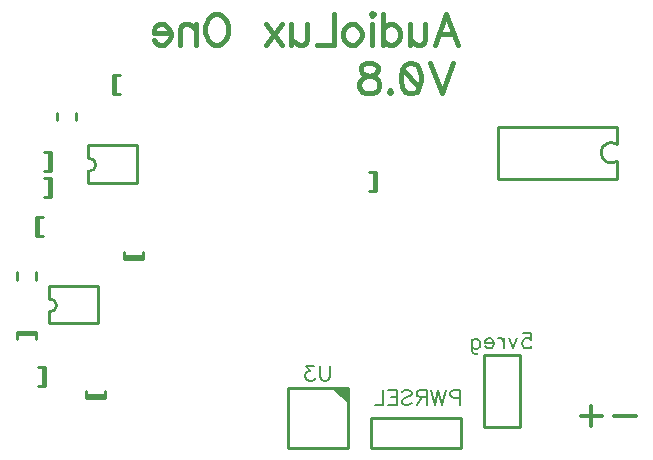
<source format=gbr>
G04 DipTrace 2.4.0.2*
%INBottomSilk.gbr*%
%MOIN*%
%ADD10C,0.0098*%
%ADD93C,0.0077*%
%ADD94C,0.0124*%
%ADD96C,0.0154*%
%FSLAX44Y44*%
G04*
G70*
G90*
G75*
G01*
%LNBotSilk*%
%LPD*%
X20442Y7723D2*
D10*
X21629D1*
Y5348D1*
X20442D1*
Y7723D1*
X16781Y13191D2*
Y13820D1*
X16855Y13191D2*
Y13820D1*
Y13191D2*
X16620D1*
X16855Y13820D2*
X16620D1*
X5932Y13001D2*
Y13630D1*
X6007Y13001D2*
Y13630D1*
Y13001D2*
X5771D1*
X6007Y13630D2*
X5771D1*
X5745Y6689D2*
Y7318D1*
X5819Y6689D2*
Y7318D1*
Y6689D2*
X5583D1*
X5819Y7318D2*
X5583D1*
X5505Y8433D2*
X4875D1*
X5505Y8508D2*
X4875D1*
X5505D2*
Y8272D1*
X4875Y8508D2*
Y8272D1*
X5932Y13876D2*
Y14505D1*
X6007Y13876D2*
Y14505D1*
Y13876D2*
X5771D1*
X6007Y14505D2*
X5771D1*
X7188Y6386D2*
X7817D1*
X7188Y6312D2*
X7817D1*
X7188D2*
Y6547D1*
X7817Y6312D2*
Y6547D1*
X8449Y11022D2*
X9079D1*
X8449Y10947D2*
X9079D1*
X8449D2*
Y11183D1*
X9079Y10947D2*
Y11183D1*
X8147Y17056D2*
Y16427D1*
X8072Y17056D2*
Y16427D1*
Y17056D2*
X8308D1*
X8072Y16427D2*
X8308D1*
X5573Y12318D2*
Y11689D1*
X5498Y12318D2*
Y11689D1*
Y12318D2*
X5734D1*
X5498Y11689D2*
X5734D1*
X24881Y13605D2*
X20898D1*
X24881Y15349D2*
X20898D1*
Y13605D2*
Y15349D1*
X24881Y13605D2*
Y14197D1*
Y14756D2*
Y15349D1*
Y14197D2*
G02X24881Y14756I-196J280D01*
G01*
X5940Y10047D2*
X7565D1*
X5940Y8797D2*
X7565D1*
Y10047D2*
Y8797D1*
X5940Y10047D2*
Y9609D1*
Y9172D2*
Y8797D1*
Y9609D2*
G02X5940Y9172I31J-219D01*
G01*
X7253Y14734D2*
X8878D1*
X7253Y13483D2*
X8878D1*
Y14734D2*
Y13483D1*
X7253Y14734D2*
Y14296D1*
Y13858D2*
Y13483D1*
Y14296D2*
G02X7253Y13858I31J-219D01*
G01*
X16659Y4649D2*
X19659D1*
Y5649D1*
X16659D1*
Y4649D1*
X6199Y15572D2*
Y15808D1*
X6829Y15572D2*
Y15808D1*
X4875Y10250D2*
Y10485D1*
X5505Y10250D2*
Y10485D1*
X13896Y4650D2*
X15896D1*
Y6650D1*
X13896D1*
Y4650D1*
X15896Y6212D2*
X15395Y6650D1*
X15520D2*
X15833Y6337D1*
X15646Y6650D2*
X15896Y6400D1*
X15771Y6587D2*
X15833Y6525D1*
Y6587D2*
X15771Y6525D1*
X21754Y8454D2*
D93*
X21993D1*
X22017Y8239D1*
X21993Y8263D1*
X21921Y8288D1*
X21850D1*
X21778Y8263D1*
X21730Y8216D1*
X21706Y8144D1*
Y8096D1*
X21730Y8024D1*
X21778Y7976D1*
X21850Y7953D1*
X21921D1*
X21993Y7976D1*
X22017Y8001D1*
X22041Y8048D1*
X21552Y8288D2*
X21408Y7953D1*
X21265Y8288D1*
X21111D2*
Y7953D1*
Y8144D2*
X21086Y8216D1*
X21039Y8264D1*
X20991Y8288D1*
X20919D1*
X20765Y8144D2*
X20478D1*
Y8192D1*
X20501Y8240D1*
X20525Y8264D1*
X20573Y8288D1*
X20645D1*
X20693Y8264D1*
X20741Y8216D1*
X20765Y8144D1*
Y8096D1*
X20741Y8024D1*
X20693Y7977D1*
X20645Y7953D1*
X20573D1*
X20525Y7977D1*
X20478Y8024D1*
X20036Y8264D2*
Y7881D1*
X20060Y7809D1*
X20084Y7785D1*
X20132Y7761D1*
X20204D1*
X20251Y7785D1*
X20036Y8192D2*
X20084Y8239D1*
X20132Y8264D1*
X20204D1*
X20251Y8239D1*
X20300Y8192D1*
X20323Y8120D1*
Y8072D1*
X20300Y8001D1*
X20251Y7953D1*
X20204Y7929D1*
X20132D1*
X20084Y7953D1*
X20036Y8001D1*
X19648Y6306D2*
X19432D1*
X19361Y6330D1*
X19337Y6354D1*
X19313Y6402D1*
Y6474D1*
X19337Y6521D1*
X19361Y6545D1*
X19432Y6569D1*
X19648D1*
Y6067D1*
X19159Y6569D2*
X19039Y6067D1*
X18919Y6569D1*
X18800Y6067D1*
X18680Y6569D1*
X18526Y6330D2*
X18311D1*
X18239Y6354D1*
X18214Y6378D1*
X18191Y6425D1*
Y6474D1*
X18214Y6521D1*
X18239Y6545D1*
X18311Y6569D1*
X18526D1*
Y6067D1*
X18358Y6330D2*
X18191Y6067D1*
X17701Y6497D2*
X17749Y6545D1*
X17821Y6569D1*
X17916D1*
X17988Y6545D1*
X18036Y6497D1*
Y6450D1*
X18012Y6402D1*
X17988Y6378D1*
X17941Y6354D1*
X17797Y6306D1*
X17749Y6282D1*
X17725Y6258D1*
X17701Y6210D1*
Y6139D1*
X17749Y6091D1*
X17821Y6067D1*
X17916D1*
X17988Y6091D1*
X18036Y6139D1*
X17236Y6569D2*
X17547D1*
Y6067D1*
X17236D1*
X17547Y6330D2*
X17356D1*
X17082Y6569D2*
Y6067D1*
X16795D1*
X15308Y7382D2*
Y7023D1*
X15284Y6951D1*
X15236Y6904D1*
X15164Y6879D1*
X15116D1*
X15045Y6904D1*
X14997Y6951D1*
X14973Y7023D1*
Y7382D1*
X14770Y7381D2*
X14508D1*
X14651Y7190D1*
X14579D1*
X14532Y7166D1*
X14508Y7142D1*
X14483Y7071D1*
Y7023D1*
X14508Y6951D1*
X14555Y6903D1*
X14627Y6879D1*
X14699D1*
X14770Y6903D1*
X14794Y6927D1*
X14818Y6975D1*
X24014Y6046D2*
D94*
Y5357D1*
X24358Y5701D2*
X23669D1*
X25499Y5717D2*
X24772D1*
X18795Y18083D2*
D96*
X19179Y19088D1*
X19561Y18083D1*
X19418Y18418D2*
X18939D1*
X18486Y18753D2*
Y18275D1*
X18439Y18132D1*
X18343Y18083D1*
X18199D1*
X18104Y18132D1*
X17960Y18275D1*
Y18753D2*
Y18083D1*
X17078Y19088D2*
Y18083D1*
Y18609D2*
X17173Y18706D1*
X17269Y18753D1*
X17413D1*
X17508Y18706D1*
X17604Y18609D1*
X17652Y18466D1*
Y18371D1*
X17604Y18227D1*
X17508Y18132D1*
X17413Y18083D1*
X17269D1*
X17173Y18132D1*
X17078Y18227D1*
X16769Y19088D2*
X16722Y19041D1*
X16673Y19088D1*
X16722Y19137D1*
X16769Y19088D1*
X16722Y18753D2*
Y18083D1*
X16125Y18753D2*
X16220Y18706D1*
X16317Y18609D1*
X16364Y18466D1*
Y18371D1*
X16317Y18227D1*
X16220Y18132D1*
X16125Y18083D1*
X15982D1*
X15885Y18132D1*
X15790Y18227D1*
X15742Y18371D1*
Y18466D1*
X15790Y18609D1*
X15885Y18706D1*
X15982Y18753D1*
X16125D1*
X15433Y19088D2*
Y18083D1*
X14859D1*
X14550Y18753D2*
Y18275D1*
X14503Y18132D1*
X14407Y18083D1*
X14263D1*
X14168Y18132D1*
X14024Y18275D1*
Y18753D2*
Y18083D1*
X13716Y18753D2*
X13189Y18083D1*
Y18753D2*
X13716Y18083D1*
X11621Y19088D2*
X11717Y19041D1*
X11812Y18944D1*
X11861Y18849D1*
X11909Y18706D1*
Y18466D1*
X11861Y18323D1*
X11812Y18227D1*
X11717Y18132D1*
X11621Y18083D1*
X11430D1*
X11335Y18132D1*
X11239Y18227D1*
X11191Y18323D1*
X11144Y18466D1*
Y18706D1*
X11191Y18849D1*
X11239Y18944D1*
X11335Y19041D1*
X11430Y19088D1*
X11621D1*
X10835Y18753D2*
Y18083D1*
Y18562D2*
X10691Y18706D1*
X10595Y18753D1*
X10452D1*
X10356Y18706D1*
X10309Y18562D1*
Y18083D1*
X10000Y18466D2*
X9426D1*
Y18562D1*
X9474Y18658D1*
X9521Y18706D1*
X9617Y18753D1*
X9761D1*
X9856Y18706D1*
X9952Y18609D1*
X10000Y18466D1*
Y18371D1*
X9952Y18227D1*
X9856Y18132D1*
X9761Y18083D1*
X9617D1*
X9521Y18132D1*
X9426Y18227D1*
X19409Y17466D2*
X19026Y16461D1*
X18644Y17466D1*
X18047Y17465D2*
X18191Y17417D1*
X18287Y17273D1*
X18335Y17035D1*
Y16891D1*
X18287Y16652D1*
X18191Y16508D1*
X18047Y16461D1*
X17952D1*
X17809Y16508D1*
X17714Y16652D1*
X17665Y16891D1*
Y17035D1*
X17714Y17273D1*
X17809Y17417D1*
X17952Y17465D1*
X18047D1*
X17714Y17273D2*
X18287Y16652D1*
X17309Y16557D2*
X17356Y16508D1*
X17309Y16461D1*
X17260Y16508D1*
X17309Y16557D1*
X16713Y17465D2*
X16855Y17417D1*
X16904Y17322D1*
Y17226D1*
X16855Y17131D1*
X16760Y17082D1*
X16569Y17035D1*
X16425Y16987D1*
X16330Y16891D1*
X16283Y16796D1*
Y16652D1*
X16330Y16557D1*
X16378Y16508D1*
X16521Y16461D1*
X16713D1*
X16855Y16508D1*
X16904Y16557D1*
X16951Y16652D1*
Y16796D1*
X16904Y16891D1*
X16808Y16987D1*
X16665Y17035D1*
X16474Y17082D1*
X16378Y17131D1*
X16330Y17226D1*
Y17322D1*
X16378Y17417D1*
X16521Y17465D1*
X16713D1*
M02*

</source>
